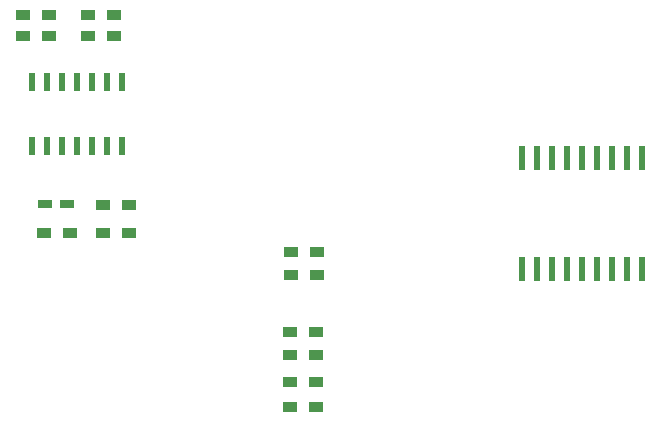
<source format=gbp>
G04 #@! TF.FileFunction,Paste,Bot*
%FSLAX46Y46*%
G04 Gerber Fmt 4.6, Leading zero omitted, Abs format (unit mm)*
G04 Created by KiCad (PCBNEW 4.0.6) date 06/27/17 09:44:02*
%MOMM*%
%LPD*%
G01*
G04 APERTURE LIST*
%ADD10C,0.100000*%
%ADD11R,0.600000X1.500000*%
%ADD12R,0.600000X2.000000*%
%ADD13R,1.200000X0.900000*%
%ADD14R,1.200000X0.750000*%
G04 APERTURE END LIST*
D10*
D11*
X107505500Y-109758500D03*
X108775500Y-109758500D03*
X110045500Y-109758500D03*
X111315500Y-109758500D03*
X112585500Y-109758500D03*
X113855500Y-109758500D03*
X115125500Y-109758500D03*
X115125500Y-115158500D03*
X113855500Y-115158500D03*
X112585500Y-115158500D03*
X111315500Y-115158500D03*
X110045500Y-115158500D03*
X108775500Y-115158500D03*
X107505500Y-115158500D03*
D12*
X148971000Y-116140500D03*
X150241000Y-116140500D03*
X151511000Y-116140500D03*
X152781000Y-116140500D03*
X154051000Y-116140500D03*
X155321000Y-116140500D03*
X156591000Y-116140500D03*
X157861000Y-116140500D03*
X159131000Y-116140500D03*
X159131000Y-125540500D03*
X157861000Y-125540500D03*
X156591000Y-125540500D03*
X155321000Y-125540500D03*
X154051000Y-125540500D03*
X152781000Y-125540500D03*
X151511000Y-125540500D03*
X150241000Y-125540500D03*
X148971000Y-125540500D03*
D13*
X131592500Y-126111000D03*
X129392500Y-126111000D03*
X129392500Y-124142500D03*
X131592500Y-124142500D03*
X131529000Y-132842000D03*
X129329000Y-132842000D03*
X129329000Y-130873500D03*
X131529000Y-130873500D03*
X131529000Y-137223500D03*
X129329000Y-137223500D03*
X129329000Y-135128000D03*
X131529000Y-135128000D03*
X115717500Y-120142000D03*
X113517500Y-120142000D03*
X114447500Y-105854500D03*
X112247500Y-105854500D03*
X106723000Y-105854500D03*
X108923000Y-105854500D03*
X115717500Y-122491500D03*
X113517500Y-122491500D03*
X114447500Y-104076500D03*
X112247500Y-104076500D03*
X106723000Y-104076500D03*
X108923000Y-104076500D03*
X108501000Y-122491500D03*
X110701000Y-122491500D03*
D14*
X110487500Y-120078500D03*
X108587500Y-120078500D03*
M02*

</source>
